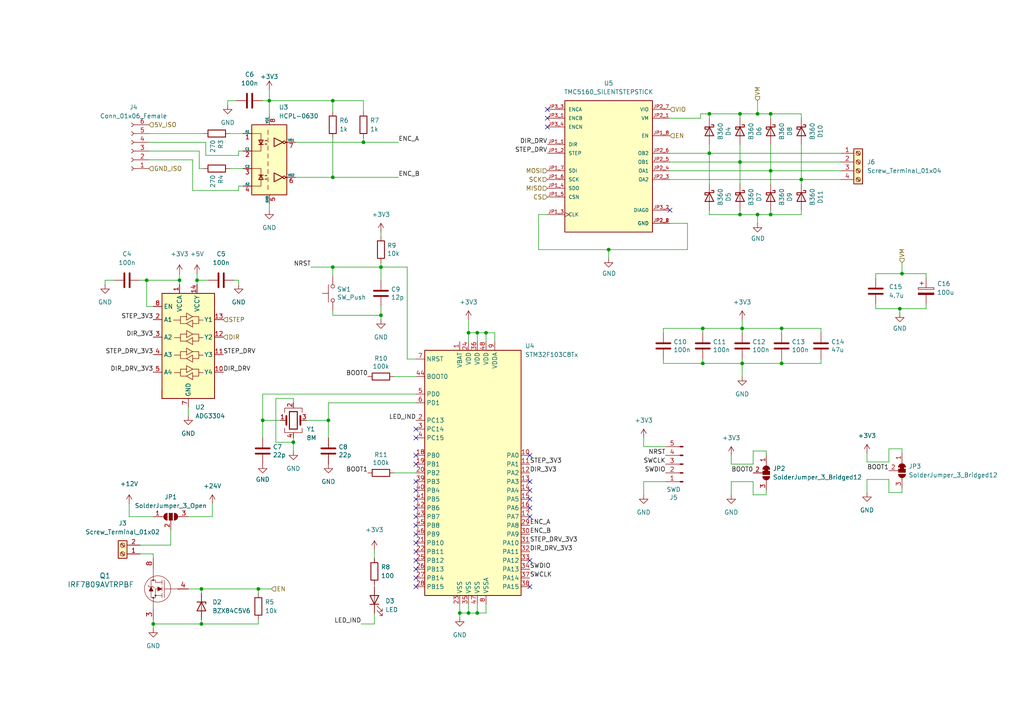
<source format=kicad_sch>
(kicad_sch (version 20211123) (generator eeschema)
  (paper "A4")
  (title_block (title "Closed Loop TMC5160 Driver"))
  (lib_symbols
    (symbol "Connector:Conn_01x05_Male" (pin_names (offset 1.016) hide)
      (property "Reference" "J" (at 0 7.62 0))
      (property "Value" "Conn_01x05_Male" (at 0 -7.62 0))
      (symbol "Conn_01x05_Male_1_1"
        (pin passive line (at 5.08 5.08 180) (length 3.81) (name "Pin_1") (number "1"))
        (pin passive line (at 5.08 2.54 180) (length 3.81) (name "Pin_2") (number "2"))
        (pin passive line (at 5.08 0 180) (length 3.81) (name "Pin_3") (number "3"))
        (pin passive line (at 5.08 -2.54 180) (length 3.81) (name "Pin_4") (number "4"))
        (pin passive line (at 5.08 -5.08 180) (length 3.81) (name "Pin_5") (number "5"))
      )
    )
    (symbol "Connector:Conn_01x06_Female" (pin_names (offset 1.016) hide)
      (property "Reference" "J" (at 0 7.62 0))
      (property "Value" "Conn_01x06_Female" (at 0 -10.16 0))
      (symbol "Conn_01x06_Female_1_1"
        (pin passive line (at -5.08 5.08 0) (length 3.81) (name "Pin_1") (number "1"))
        (pin passive line (at -5.08 2.54 0) (length 3.81) (name "Pin_2") (number "2"))
        (pin passive line (at -5.08 0 0) (length 3.81) (name "Pin_3") (number "3"))
        (pin passive line (at -5.08 -2.54 0) (length 3.81) (name "Pin_4") (number "4"))
        (pin passive line (at -5.08 -5.08 0) (length 3.81) (name "Pin_5") (number "5"))
        (pin passive line (at -5.08 -7.62 0) (length 3.81) (name "Pin_6") (number "6"))
      )
    )
    (symbol "Connector:Screw_Terminal_01x02" (pin_names (offset 1.016) hide)
      (property "Reference" "J" (at 0 2.54 0))
      (property "Value" "Screw_Terminal_01x02" (at 0 -5.08 0))
      (symbol "Screw_Terminal_01x02_1_1"
        (pin passive line (at -5.08 0 0) (length 3.81) (name "Pin_1") (number "1"))
        (pin passive line (at -5.08 -2.54 0) (length 3.81) (name "Pin_2") (number "2"))
      )
    )
    (symbol "Connector:Screw_Terminal_01x04" (pin_names (offset 1.016) hide)
      (property "Reference" "J" (at 0 5.08 0))
      (property "Value" "Screw_Terminal_01x04" (at 0 -7.62 0))
      (symbol "Screw_Terminal_01x04_1_1"
        (pin passive line (at -5.08 2.54 0) (length 3.81) (name "Pin_1") (number "1"))
        (pin passive line (at -5.08 0 0) (length 3.81) (name "Pin_2") (number "2"))
        (pin passive line (at -5.08 -2.54 0) (length 3.81) (name "Pin_3") (number "3"))
        (pin passive line (at -5.08 -5.08 0) (length 3.81) (name "Pin_4") (number "4"))
      )
    )
    (symbol "Device:C" (pin_numbers hide) (pin_names (offset 0.254))
      (property "Reference" "C" (at 0.635 2.54 0))
      (property "Value" "C" (at 0.635 -2.54 0))
      (symbol "C_1_1"
        (pin passive line (at 0 3.81 270) (length 2.794) (name "~") (number "1"))
        (pin passive line (at 0 -3.81 90) (length 2.794) (name "~") (number "2"))
      )
    )
    (symbol "Device:C_Polarized" (pin_numbers hide) (pin_names (offset 0.254))
      (property "Reference" "C" (at 0.635 2.54 0))
      (property "Value" "C_Polarized" (at 0.635 -2.54 0))
      (symbol "C_Polarized_1_1"
        (pin passive line (at 0 3.81 270) (length 2.794) (name "~") (number "1"))
        (pin passive line (at 0 -3.81 90) (length 2.794) (name "~") (number "2"))
      )
    )
    (symbol "Device:Crystal_GND24" (pin_names (offset 1.016) hide)
      (property "Reference" "Y" (at 3.175 5.08 0))
      (property "Value" "Crystal_GND24" (at 3.175 3.175 0))
      (symbol "Crystal_GND24_1_1"
        (pin passive line (at -3.81 0 0) (length 1.27) (name "1") (number "1"))
        (pin passive line (at 0 5.08 270) (length 1.27) (name "2") (number "2"))
        (pin passive line (at 3.81 0 180) (length 1.27) (name "3") (number "3"))
        (pin passive line (at 0 -5.08 90) (length 1.27) (name "4") (number "4"))
      )
    )
    (symbol "Device:LED" (pin_numbers hide) (pin_names (offset 1.016) hide)
      (property "Reference" "D" (at 0 2.54 0))
      (property "Value" "LED" (at 0 -2.54 0))
      (symbol "LED_1_1"
        (pin passive line (at -3.81 0 0) (length 2.54) (name "K") (number "1"))
        (pin passive line (at 3.81 0 180) (length 2.54) (name "A") (number "2"))
      )
    )
    (symbol "Device:R" (pin_numbers hide) (pin_names (offset 0))
      (property "Reference" "R" (at 2.032 0 90))
      (property "Value" "R" (at 0 0 90))
      (symbol "R_1_1"
        (pin passive line (at 0 3.81 270) (length 1.27) (name "~") (number "1"))
        (pin passive line (at 0 -3.81 90) (length 1.27) (name "~") (number "2"))
      )
    )
    (symbol "Diode:B360" (pin_numbers hide) (pin_names (offset 1.016) hide)
      (property "Reference" "D" (at 0 2.54 0))
      (property "Value" "B360" (at 0 -2.54 0))
      (symbol "B360_1_1"
        (pin passive line (at -3.81 0 0) (length 2.54) (name "K") (number "1"))
        (pin passive line (at 3.81 0 180) (length 2.54) (name "A") (number "2"))
      )
    )
    (symbol "Diode:BZX84Cxx" (pin_numbers hide) (pin_names (offset 1.016) hide)
      (property "Reference" "D" (at 0 2.54 0))
      (property "Value" "BZX84Cxx" (at 0 -2.54 0))
      (symbol "BZX84Cxx_1_1"
        (pin passive line (at -3.81 0 0) (length 2.54) (name "K") (number "1"))
        (pin passive line (at 3.81 0 180) (length 2.54) (name "A") (number "2"))
      )
    )
    (symbol "Isolator:HCPL-0630" (pin_names (offset 0))
      (property "Reference" "U" (at -4.064 11.43 0))
      (property "Value" "HCPL-0630" (at 7.874 11.43 0))
      (symbol "HCPL-0630_1_1"
        (pin passive line (at -7.62 7.62 0) (length 2.54) (name "A1") (number "1"))
        (pin passive line (at -7.62 2.54 0) (length 2.54) (name "C1") (number "2"))
        (pin passive line (at -7.62 -2.54 0) (length 2.54) (name "C2") (number "3"))
        (pin passive line (at -7.62 -7.62 0) (length 2.54) (name "A2") (number "4"))
        (pin power_in line (at 0 -12.7 90) (length 2.54) (name "GND") (number "5"))
        (pin open_collector line (at 7.62 -5.08 180) (length 2.54) (name "VO2") (number "6"))
        (pin open_collector line (at 7.62 5.08 180) (length 2.54) (name "VO1") (number "7"))
        (pin power_in line (at 0 12.7 270) (length 2.54) (name "VCC") (number "8"))
      )
    )
    (symbol "Jumper:SolderJumper_3_Bridged12" (pin_names (offset 0) hide)
      (property "Reference" "JP" (at -2.54 -2.54 0))
      (property "Value" "SolderJumper_3_Bridged12" (at 0 2.794 0))
      (symbol "SolderJumper_3_Bridged12_1_1"
        (pin passive line (at -5.08 0 0) (length 2.54) (name "A") (number "1"))
        (pin input line (at 0 -3.81 90) (length 2.54) (name "C") (number "2"))
        (pin passive line (at 5.08 0 180) (length 2.54) (name "B") (number "3"))
      )
    )
    (symbol "Jumper:SolderJumper_3_Open" (pin_names (offset 0) hide)
      (property "Reference" "JP" (at -2.54 -2.54 0))
      (property "Value" "SolderJumper_3_Open" (at 0 2.794 0))
      (symbol "SolderJumper_3_Open_1_1"
        (pin passive line (at -5.08 0 0) (length 2.54) (name "A") (number "1"))
        (pin input line (at 0 -3.81 90) (length 2.54) (name "C") (number "2"))
        (pin passive line (at 5.08 0 180) (length 2.54) (name "B") (number "3"))
      )
    )
    (symbol "MCU_ST_STM32F1:STM32F103C8Tx"
      (property "Reference" "U" (at -15.24 36.83 0))
      (property "Value" "STM32F103C8Tx" (at 7.62 36.83 0))
      (symbol "STM32F103C8Tx_1_1"
        (pin power_in line (at -5.08 38.1 270) (length 2.54) (name "VBAT") (number "1"))
        (pin bidirectional line (at 15.24 5.08 180) (length 2.54) (name "PA0") (number "10"))
        (pin bidirectional line (at 15.24 2.54 180) (length 2.54) (name "PA1") (number "11"))
        (pin bidirectional line (at 15.24 0 180) (length 2.54) (name "PA2") (number "12"))
        (pin bidirectional line (at 15.24 -2.54 180) (length 2.54) (name "PA3") (number "13"))
        (pin bidirectional line (at 15.24 -5.08 180) (length 2.54) (name "PA4") (number "14"))
        (pin bidirectional line (at 15.24 -7.62 180) (length 2.54) (name "PA5") (number "15"))
        (pin bidirectional line (at 15.24 -10.16 180) (length 2.54) (name "PA6") (number "16"))
        (pin bidirectional line (at 15.24 -12.7 180) (length 2.54) (name "PA7") (number "17"))
        (pin bidirectional line (at -17.78 5.08 0) (length 2.54) (name "PB0") (number "18"))
        (pin bidirectional line (at -17.78 2.54 0) (length 2.54) (name "PB1") (number "19"))
        (pin bidirectional line (at -17.78 15.24 0) (length 2.54) (name "PC13") (number "2"))
        (pin bidirectional line (at -17.78 0 0) (length 2.54) (name "PB2") (number "20"))
        (pin bidirectional line (at -17.78 -20.32 0) (length 2.54) (name "PB10") (number "21"))
        (pin bidirectional line (at -17.78 -22.86 0) (length 2.54) (name "PB11") (number "22"))
        (pin power_in line (at -5.08 -38.1 90) (length 2.54) (name "VSS") (number "23"))
        (pin power_in line (at -2.54 38.1 270) (length 2.54) (name "VDD") (number "24"))
        (pin bidirectional line (at -17.78 -25.4 0) (length 2.54) (name "PB12") (number "25"))
        (pin bidirectional line (at -17.78 -27.94 0) (length 2.54) (name "PB13") (number "26"))
        (pin bidirectional line (at -17.78 -30.48 0) (length 2.54) (name "PB14") (number "27"))
        (pin bidirectional line (at -17.78 -33.02 0) (length 2.54) (name "PB15") (number "28"))
        (pin bidirectional line (at 15.24 -15.24 180) (length 2.54) (name "PA8") (number "29"))
        (pin bidirectional line (at -17.78 12.7 0) (length 2.54) (name "PC14") (number "3"))
        (pin bidirectional line (at 15.24 -17.78 180) (length 2.54) (name "PA9") (number "30"))
        (pin bidirectional line (at 15.24 -20.32 180) (length 2.54) (name "PA10") (number "31"))
        (pin bidirectional line (at 15.24 -22.86 180) (length 2.54) (name "PA11") (number "32"))
        (pin bidirectional line (at 15.24 -25.4 180) (length 2.54) (name "PA12") (number "33"))
        (pin bidirectional line (at 15.24 -27.94 180) (length 2.54) (name "PA13") (number "34"))
        (pin power_in line (at -2.54 -38.1 90) (length 2.54) (name "VSS") (number "35"))
        (pin power_in line (at 0 38.1 270) (length 2.54) (name "VDD") (number "36"))
        (pin bidirectional line (at 15.24 -30.48 180) (length 2.54) (name "PA14") (number "37"))
        (pin bidirectional line (at 15.24 -33.02 180) (length 2.54) (name "PA15") (number "38"))
        (pin bidirectional line (at -17.78 -2.54 0) (length 2.54) (name "PB3") (number "39"))
        (pin bidirectional line (at -17.78 10.16 0) (length 2.54) (name "PC15") (number "4"))
        (pin bidirectional line (at -17.78 -5.08 0) (length 2.54) (name "PB4") (number "40"))
        (pin bidirectional line (at -17.78 -7.62 0) (length 2.54) (name "PB5") (number "41"))
        (pin bidirectional line (at -17.78 -10.16 0) (length 2.54) (name "PB6") (number "42"))
        (pin bidirectional line (at -17.78 -12.7 0) (length 2.54) (name "PB7") (number "43"))
        (pin input line (at -17.78 27.94 0) (length 2.54) (name "BOOT0") (number "44"))
        (pin bidirectional line (at -17.78 -15.24 0) (length 2.54) (name "PB8") (number "45"))
        (pin bidirectional line (at -17.78 -17.78 0) (length 2.54) (name "PB9") (number "46"))
        (pin power_in line (at 0 -38.1 90) (length 2.54) (name "VSS") (number "47"))
        (pin power_in line (at 2.54 38.1 270) (length 2.54) (name "VDD") (number "48"))
        (pin input line (at -17.78 22.86 0) (length 2.54) (name "PD0") (number "5"))
        (pin input line (at -17.78 20.32 0) (length 2.54) (name "PD1") (number "6"))
        (pin input line (at -17.78 33.02 0) (length 2.54) (name "NRST") (number "7"))
        (pin power_in line (at 2.54 -38.1 90) (length 2.54) (name "VSSA") (number "8"))
        (pin power_in line (at 5.08 38.1 270) (length 2.54) (name "VDDA") (number "9"))
      )
    )
    (symbol "Switch:SW_Push" (pin_numbers hide) (pin_names (offset 1.016) hide)
      (property "Reference" "SW" (at 1.27 2.54 0))
      (property "Value" "SW_Push" (at 0 -1.524 0))
      (symbol "SW_Push_0_1"
        (pin passive line (at -5.08 0 0) (length 2.54) (name "1") (number "1"))
        (pin passive line (at 5.08 0 180) (length 2.54) (name "2") (number "2"))
      )
    )
    (symbol "fluidnc_board:ADG3304"
      (property "Reference" "U" (at -6.35 16.51 0))
      (property "Value" "ADG3304" (at 3.81 16.51 0))
      (symbol "ADG3304_0_0"
        (pin bidirectional line (at 10.16 7.62 180) (length 2.54) (name "Y1") (number "13"))
        (pin power_in line (at 2.54 17.78 270) (length 2.54) (name "VCCY") (number "14"))
      )
      (symbol "ADG3304_1_1"
        (pin power_in line (at -2.54 17.78 270) (length 2.54) (name "VCCA") (number "1"))
        (pin bidirectional line (at 10.16 -7.62 180) (length 2.54) (name "Y4") (number "10"))
        (pin bidirectional line (at 10.16 -2.54 180) (length 2.54) (name "Y3") (number "11"))
        (pin bidirectional line (at 10.16 2.54 180) (length 2.54) (name "Y2") (number "12"))
        (pin bidirectional line (at -10.16 7.62 0) (length 2.54) (name "A1") (number "2"))
        (pin bidirectional line (at -10.16 2.54 0) (length 2.54) (name "A2") (number "3"))
        (pin bidirectional line (at -10.16 -2.54 0) (length 2.54) (name "A3") (number "4"))
        (pin bidirectional line (at -10.16 -7.62 0) (length 2.54) (name "A4") (number "5"))
        (pin no_connect line (at -10.16 -12.7 0) (length 2.54) hide (name "NC") (number "6"))
        (pin power_out line (at 0 -17.78 90) (length 2.54) (name "GND") (number "7"))
        (pin input line (at -10.16 11.43 0) (length 2.54) (name "EN") (number "8"))
        (pin no_connect line (at 10.16 -12.7 180) (length 2.54) hide (name "NC") (number "9"))
      )
    )
    (symbol "fluidnc_board:IRF7809AVTRPBF" (pin_names (offset 0.254) hide)
      (property "Reference" "Q" (at 35.56 0 0))
      (property "Value" "IRF7809AVTRPBF" (at 36.83 -2.54 0))
      (symbol "IRF7809AVTRPBF_1_1"
        (pin unspecified line (at 21.59 -12.7 90) (length 3) hide (name "1") (number "1"))
        (pin unspecified line (at 21.59 -12.7 90) (length 3) hide (name "2") (number "2"))
        (pin unspecified line (at 21.59 -12.7 90) (length 3) (name "3") (number "3"))
        (pin unspecified line (at 11.43 -3.81 0) (length 3) (name "4") (number "4"))
        (pin unspecified line (at 21.59 5.08 270) (length 3) hide (name "5") (number "5"))
        (pin unspecified line (at 21.59 5.08 270) (length 3) hide (name "6") (number "6"))
        (pin unspecified line (at 21.59 5.08 270) (length 3) hide (name "7") (number "7"))
        (pin unspecified line (at 21.59 5.08 270) (length 3) (name "8") (number "8"))
      )
    )
    (symbol "fluidnc_board:TMC5160_SILENTSTEPSTICK" (pin_names (offset 1.016))
      (property "Reference" "U" (at -12.7 19.05 0))
      (property "Value" "TMC5160_SILENTSTEPSTICK" (at -12.7 -22.86 0))
      (symbol "TMC5160_SILENTSTEPSTICK_0_0"
        (pin input line (at -17.78 5.08 0) (length 5.08) (name "DIR") (number "JP1_1"))
        (pin input line (at -17.78 2.54 0) (length 5.08) (name "STEP") (number "JP1_2"))
        (pin input clock (at -17.78 -15.24 0) (length 5.08) (name "CLK") (number "JP1_3"))
        (pin bidirectional line (at -17.78 -7.62 0) (length 5.08) (name "SDO") (number "JP1_4"))
        (pin bidirectional line (at -17.78 -10.16 0) (length 5.08) (name "CSN") (number "JP1_5"))
        (pin input line (at -17.78 -5.08 0) (length 5.08) (name "SCK") (number "JP1_6"))
        (pin input line (at -17.78 -2.54 0) (length 5.08) (name "SDI") (number "JP1_7"))
        (pin input line (at 17.78 7.62 180) (length 5.08) (name "EN") (number "JP1_8"))
        (pin power_in line (at 17.78 12.7 180) (length 5.08) (name "VM") (number "JP2_1"))
        (pin power_in line (at 17.78 -17.78 180) (length 5.08) (name "GND") (number "JP2_2"))
        (pin passive line (at 17.78 -5.08 180) (length 5.08) (name "OA2") (number "JP2_3"))
        (pin passive line (at 17.78 -2.54 180) (length 5.08) (name "OA1") (number "JP2_4"))
        (pin passive line (at 17.78 0 180) (length 5.08) (name "OB1") (number "JP2_5"))
        (pin passive line (at 17.78 2.54 180) (length 5.08) (name "OB2") (number "JP2_6"))
        (pin power_in line (at 17.78 15.24 180) (length 5.08) (name "VIO") (number "JP2_7"))
        (pin power_in line (at 17.78 -17.78 180) (length 5.08) (name "GND") (number "JP2_8"))
        (pin input line (at -17.78 12.7 0) (length 5.08) (name "ENCB") (number "JP3_1"))
        (pin output line (at 17.78 -13.97 180) (length 5.08) (name "DIAG0") (number "JP3_2"))
        (pin input line (at -17.78 15.24 0) (length 5.08) (name "ENCA") (number "JP3_3"))
        (pin input line (at -17.78 10.16 0) (length 5.08) (name "ENCN") (number "JP3_4"))
      )
    )
    (symbol "power:+12V" (power) (pin_names (offset 0))
      (property "Value" "+12V" (at 0 3.556 0))
      (symbol "+12V_1_1"
        (pin power_in line (at 0 0 90) (length 0) hide (name "+12V") (number "1"))
      )
    )
    (symbol "power:+24V" (power) (pin_names (offset 0))
      (property "Value" "+24V" (at 0 3.556 0))
      (symbol "+24V_1_1"
        (pin power_in line (at 0 0 90) (length 0) hide (name "+24V") (number "1"))
      )
    )
    (symbol "power:+3V3" (power) (pin_names (offset 0))
      (property "Value" "+3V3" (at 0 3.556 0))
      (symbol "+3V3_1_1"
        (pin power_in line (at 0 0 90) (length 0) hide (name "+3V3") (number "1"))
      )
    )
    (symbol "power:+5V" (power) (pin_names (offset 0))
      (property "Value" "+5V" (at 0 3.556 0))
      (symbol "+5V_1_1"
        (pin power_in line (at 0 0 90) (length 0) hide (name "+5V") (number "1"))
      )
    )
    (symbol "power:GND" (power) (pin_names (offset 0))
      (property "Value" "GND" (at 0 -3.81 0))
      (symbol "GND_1_1"
        (pin power_in line (at 0 0 270) (length 0) hide (name "GND") (number "1"))
      )
    )
  )
  (junction (at 176.53 72.39))
  (junction (at 44.45 180.975))
  (junction (at 226.695 95.25))
  (junction (at 203.835 105.41))
  (junction (at 105.41 41.275))
  (junction (at 110.49 91.44))
  (junction (at 205.74 33.02))
  (junction (at 226.695 105.41))
  (junction (at 96.52 29.21))
  (junction (at 214.63 62.23))
  (junction (at 261.62 79.375))
  (junction (at 214.63 46.99))
  (junction (at 219.71 33.02))
  (junction (at 260.985 89.535))
  (junction (at 96.52 51.435))
  (junction (at 133.35 177.8))
  (junction (at 110.49 77.47))
  (junction (at 138.43 177.8))
  (junction (at 223.52 49.53))
  (junction (at 95.25 121.92))
  (junction (at 96.52 77.47))
  (junction (at 214.63 33.02))
  (junction (at 135.89 96.52))
  (junction (at 140.97 96.52))
  (junction (at 232.41 52.07))
  (junction (at 138.43 96.52))
  (junction (at 78.105 29.21))
  (junction (at 52.07 81.28))
  (junction (at 57.15 81.28))
  (junction (at 223.52 62.23))
  (junction (at 215.265 105.41))
  (junction (at 203.835 95.25))
  (junction (at 215.265 95.25))
  (junction (at 135.89 177.8))
  (junction (at 76.2 121.92))
  (junction (at 58.42 180.975))
  (junction (at 85.09 128.27))
  (junction (at 223.52 33.02))
  (junction (at 205.74 44.45))
  (junction (at 42.545 81.28))
  (junction (at 74.93 170.815))
  (junction (at 219.71 62.23))
  (junction (at 58.42 170.815))
  (no_connect (at 120.65 124.46))
  (no_connect (at 194.31 60.96))
  (no_connect (at 153.67 142.24))
  (no_connect (at 153.67 139.7))
  (no_connect (at 153.67 132.08))
  (no_connect (at 153.67 170.18))
  (no_connect (at 153.67 162.56))
  (no_connect (at 120.65 165.1))
  (no_connect (at 120.65 167.64))
  (no_connect (at 120.65 170.18))
  (no_connect (at 153.67 149.86))
  (no_connect (at 153.67 147.32))
  (no_connect (at 153.67 144.78))
  (no_connect (at 120.65 127))
  (no_connect (at 120.65 132.08))
  (no_connect (at 120.65 134.62))
  (no_connect (at 120.65 139.7))
  (no_connect (at 120.65 142.24))
  (no_connect (at 120.65 144.78))
  (no_connect (at 120.65 147.32))
  (no_connect (at 120.65 149.86))
  (no_connect (at 120.65 152.4))
  (no_connect (at 120.65 154.94))
  (no_connect (at 120.65 157.48))
  (no_connect (at 120.65 160.02))
  (no_connect (at 120.65 162.56))
  (no_connect (at 158.75 36.83))
  (no_connect (at 158.75 34.29))
  (no_connect (at 158.75 31.75))
  (wire (pts (xy 105.41 40.005) (xy 105.41 41.275)))
  (wire (pts (xy 58.42 179.705) (xy 58.42 180.975)))
  (wire (pts (xy 203.2 33.02) (xy 203.2 34.29)))
  (wire (pts (xy 96.52 77.47) (xy 110.49 77.47)))
  (wire (pts (xy 192.405 95.25) (xy 203.835 95.25)))
  (wire (pts (xy 108.585 180.975) (xy 104.775 180.975)))
  (wire (pts (xy 226.695 95.25) (xy 238.125 95.25)))
  (wire (pts (xy 81.28 121.92) (xy 76.2 121.92)))
  (wire (pts (xy 80.01 115.57) (xy 80.01 128.27)))
  (wire (pts (xy 257.81 130.175) (xy 257.81 133.985)))
  (wire (pts (xy 110.49 76.2) (xy 110.49 77.47)))
  (wire (pts (xy 57.785 43.815) (xy 57.785 48.895)))
  (wire (pts (xy 96.52 51.435) (xy 115.57 51.435)))
  (wire (pts (xy 110.49 67.31) (xy 110.49 68.58)))
  (wire (pts (xy 57.15 79.375) (xy 57.15 81.28)))
  (wire (pts (xy 78.105 59.055) (xy 78.105 60.96)))
  (wire (pts (xy 135.89 177.8) (xy 138.43 177.8)))
  (wire (pts (xy 76.2 114.3) (xy 120.65 114.3)))
  (wire (pts (xy 226.695 105.41) (xy 238.125 105.41)))
  (wire (pts (xy 135.89 92.71) (xy 135.89 96.52)))
  (wire (pts (xy 42.545 81.28) (xy 42.545 88.9)))
  (wire (pts (xy 186.69 127) (xy 186.69 129.54)))
  (wire (pts (xy 219.71 62.23) (xy 223.52 62.23)))
  (wire (pts (xy 205.74 33.02) (xy 205.74 34.29)))
  (wire (pts (xy 138.43 175.26) (xy 138.43 177.8)))
  (wire (pts (xy 37.465 149.86) (xy 37.465 146.05)))
  (wire (pts (xy 215.265 92.71) (xy 215.265 95.25)))
  (wire (pts (xy 120.65 137.16) (xy 114.3 137.16)))
  (wire (pts (xy 261.62 79.375) (xy 254 79.375)))
  (wire (pts (xy 76.2 114.3) (xy 76.2 121.92)))
  (wire (pts (xy 76.2 29.21) (xy 78.105 29.21)))
  (wire (pts (xy 57.15 81.28) (xy 60.325 81.28)))
  (wire (pts (xy 218.44 139.7) (xy 212.09 139.7)))
  (wire (pts (xy 232.41 52.07) (xy 232.41 41.91)))
  (wire (pts (xy 44.45 160.655) (xy 40.64 160.655)))
  (wire (pts (xy 194.31 34.29) (xy 203.2 34.29)))
  (wire (pts (xy 232.41 53.34) (xy 232.41 52.07)))
  (wire (pts (xy 254 89.535) (xy 254 88.265)))
  (wire (pts (xy 110.49 88.9) (xy 110.49 91.44)))
  (wire (pts (xy 140.97 177.8) (xy 140.97 175.26)))
  (wire (pts (xy 30.48 81.28) (xy 33.02 81.28)))
  (wire (pts (xy 232.41 34.29) (xy 232.41 33.02)))
  (wire (pts (xy 205.74 62.23) (xy 205.74 60.96)))
  (wire (pts (xy 215.265 104.14) (xy 215.265 105.41)))
  (wire (pts (xy 222.25 143.51) (xy 222.25 142.24)))
  (wire (pts (xy 260.985 90.805) (xy 260.985 89.535)))
  (wire (pts (xy 110.49 81.28) (xy 110.49 77.47)))
  (wire (pts (xy 135.89 175.26) (xy 135.89 177.8)))
  (wire (pts (xy 223.52 53.34) (xy 223.52 49.53)))
  (wire (pts (xy 205.74 44.45) (xy 243.84 44.45)))
  (wire (pts (xy 222.25 130.81) (xy 218.44 130.81)))
  (wire (pts (xy 49.53 158.115) (xy 40.64 158.115)))
  (wire (pts (xy 58.42 180.975) (xy 74.93 180.975)))
  (wire (pts (xy 54.61 118.11) (xy 54.61 120.65)))
  (wire (pts (xy 61.595 146.05) (xy 61.595 149.86)))
  (wire (pts (xy 96.52 90.17) (xy 96.52 91.44)))
  (wire (pts (xy 88.9 121.92) (xy 95.25 121.92)))
  (wire (pts (xy 257.81 139.065) (xy 251.46 139.065)))
  (wire (pts (xy 205.74 44.45) (xy 205.74 53.34)))
  (wire (pts (xy 43.18 38.735) (xy 59.055 38.735)))
  (wire (pts (xy 42.545 81.28) (xy 52.07 81.28)))
  (wire (pts (xy 251.46 133.985) (xy 257.81 133.985)))
  (wire (pts (xy 30.48 82.55) (xy 30.48 81.28)))
  (wire (pts (xy 66.04 30.48) (xy 66.04 29.21)))
  (wire (pts (xy 96.52 40.005) (xy 96.52 51.435)))
  (wire (pts (xy 66.675 48.895) (xy 70.485 48.895)))
  (wire (pts (xy 96.52 91.44) (xy 110.49 91.44)))
  (wire (pts (xy 44.45 161.925) (xy 44.45 160.655)))
  (wire (pts (xy 43.18 43.815) (xy 57.785 43.815)))
  (wire (pts (xy 214.63 46.99) (xy 214.63 41.91)))
  (wire (pts (xy 232.41 60.96) (xy 232.41 62.23)))
  (wire (pts (xy 135.89 96.52) (xy 135.89 99.06)))
  (wire (pts (xy 55.88 55.245) (xy 69.215 55.245)))
  (wire (pts (xy 143.51 96.52) (xy 143.51 99.06)))
  (wire (pts (xy 223.52 49.53) (xy 223.52 41.91)))
  (wire (pts (xy 74.93 170.815) (xy 78.74 170.815)))
  (wire (pts (xy 156.21 62.23) (xy 158.75 62.23)))
  (wire (pts (xy 120.65 109.22) (xy 114.3 109.22)))
  (wire (pts (xy 69.215 53.975) (xy 70.485 53.975)))
  (wire (pts (xy 55.88 46.355) (xy 55.88 55.245)))
  (wire (pts (xy 138.43 177.8) (xy 140.97 177.8)))
  (wire (pts (xy 215.265 96.52) (xy 215.265 95.25)))
  (wire (pts (xy 226.695 96.52) (xy 226.695 95.25)))
  (wire (pts (xy 199.39 64.77) (xy 194.31 64.77)))
  (wire (pts (xy 214.63 34.29) (xy 214.63 33.02)))
  (wire (pts (xy 96.52 29.21) (xy 105.41 29.21)))
  (wire (pts (xy 85.09 116.84) (xy 85.09 115.57)))
  (wire (pts (xy 69.215 43.815) (xy 69.215 45.085)))
  (wire (pts (xy 85.09 130.81) (xy 85.09 128.27)))
  (wire (pts (xy 78.105 26.035) (xy 78.105 29.21)))
  (wire (pts (xy 205.74 41.91) (xy 205.74 44.45)))
  (wire (pts (xy 95.25 116.84) (xy 120.65 116.84)))
  (wire (pts (xy 108.585 169.545) (xy 108.585 170.18)))
  (wire (pts (xy 49.53 153.67) (xy 49.53 158.115)))
  (wire (pts (xy 58.42 180.975) (xy 44.45 180.975)))
  (wire (pts (xy 74.93 170.815) (xy 74.93 172.085)))
  (wire (pts (xy 232.41 52.07) (xy 243.84 52.07)))
  (wire (pts (xy 261.62 142.875) (xy 261.62 141.605)))
  (wire (pts (xy 254 79.375) (xy 254 80.645)))
  (wire (pts (xy 140.97 96.52) (xy 143.51 96.52)))
  (wire (pts (xy 251.46 139.065) (xy 251.46 142.875)))
  (wire (pts (xy 251.46 131.445) (xy 251.46 133.985)))
  (wire (pts (xy 203.835 95.25) (xy 215.265 95.25)))
  (wire (pts (xy 156.21 72.39) (xy 156.21 62.23)))
  (wire (pts (xy 238.125 95.25) (xy 238.125 96.52)))
  (wire (pts (xy 108.585 177.8) (xy 108.585 180.975)))
  (wire (pts (xy 203.835 105.41) (xy 215.265 105.41)))
  (wire (pts (xy 58.42 172.085) (xy 58.42 170.815)))
  (wire (pts (xy 215.265 105.41) (xy 215.265 109.22)))
  (wire (pts (xy 61.595 149.86) (xy 54.61 149.86)))
  (wire (pts (xy 203.835 96.52) (xy 203.835 95.25)))
  (wire (pts (xy 105.41 41.275) (xy 115.57 41.275)))
  (wire (pts (xy 186.69 139.7) (xy 186.69 143.51)))
  (wire (pts (xy 215.265 105.41) (xy 226.695 105.41)))
  (wire (pts (xy 268.605 88.265) (xy 268.605 89.535)))
  (wire (pts (xy 44.45 149.86) (xy 37.465 149.86)))
  (wire (pts (xy 70.485 43.815) (xy 69.215 43.815)))
  (wire (pts (xy 69.215 45.085) (xy 59.69 45.085)))
  (wire (pts (xy 192.405 96.52) (xy 192.405 95.25)))
  (wire (pts (xy 138.43 96.52) (xy 138.43 99.06)))
  (wire (pts (xy 105.41 29.21) (xy 105.41 32.385)))
  (wire (pts (xy 261.62 131.445) (xy 261.62 130.175)))
  (wire (pts (xy 186.69 129.54) (xy 193.04 129.54)))
  (wire (pts (xy 58.42 170.815) (xy 54.61 170.815)))
  (wire (pts (xy 214.63 53.34) (xy 214.63 46.99)))
  (wire (pts (xy 95.25 116.84) (xy 95.25 121.92)))
  (wire (pts (xy 95.25 121.92) (xy 95.25 127)))
  (wire (pts (xy 118.11 77.47) (xy 118.11 104.14)))
  (wire (pts (xy 260.985 89.535) (xy 268.605 89.535)))
  (wire (pts (xy 218.44 130.81) (xy 218.44 134.62)))
  (wire (pts (xy 138.43 96.52) (xy 140.97 96.52)))
  (wire (pts (xy 223.52 62.23) (xy 223.52 60.96)))
  (wire (pts (xy 192.405 104.14) (xy 192.405 105.41)))
  (wire (pts (xy 76.2 121.92) (xy 76.2 127)))
  (wire (pts (xy 110.49 91.44) (xy 110.49 92.71)))
  (wire (pts (xy 194.31 46.99) (xy 214.63 46.99)))
  (wire (pts (xy 176.53 72.39) (xy 156.21 72.39)))
  (wire (pts (xy 260.985 89.535) (xy 254 89.535)))
  (wire (pts (xy 52.07 81.28) (xy 52.07 82.55)))
  (wire (pts (xy 69.215 81.28) (xy 67.945 81.28)))
  (wire (pts (xy 223.52 33.02) (xy 232.41 33.02)))
  (wire (pts (xy 140.97 96.52) (xy 140.97 99.06)))
  (wire (pts (xy 226.695 104.14) (xy 226.695 105.41)))
  (wire (pts (xy 58.42 170.815) (xy 74.93 170.815)))
  (wire (pts (xy 40.64 81.28) (xy 42.545 81.28)))
  (wire (pts (xy 85.725 51.435) (xy 96.52 51.435)))
  (wire (pts (xy 57.15 81.28) (xy 57.15 82.55)))
  (wire (pts (xy 52.07 79.375) (xy 52.07 81.28)))
  (wire (pts (xy 57.785 48.895) (xy 59.055 48.895)))
  (wire (pts (xy 214.63 46.99) (xy 243.84 46.99)))
  (wire (pts (xy 212.09 132.08) (xy 212.09 134.62)))
  (wire (pts (xy 133.35 177.8) (xy 133.35 179.07)))
  (wire (pts (xy 80.01 128.27) (xy 85.09 128.27)))
  (wire (pts (xy 66.04 29.21) (xy 68.58 29.21)))
  (wire (pts (xy 205.74 33.02) (xy 203.2 33.02)))
  (wire (pts (xy 90.17 77.47) (xy 96.52 77.47)))
  (wire (pts (xy 133.35 177.8) (xy 135.89 177.8)))
  (wire (pts (xy 243.84 49.53) (xy 223.52 49.53)))
  (wire (pts (xy 212.09 134.62) (xy 218.44 134.62)))
  (wire (pts (xy 96.52 29.21) (xy 96.52 32.385)))
  (wire (pts (xy 176.53 74.93) (xy 176.53 72.39)))
  (wire (pts (xy 59.69 41.275) (xy 43.18 41.275)))
  (wire (pts (xy 261.62 130.175) (xy 257.81 130.175)))
  (wire (pts (xy 268.605 79.375) (xy 268.605 80.645)))
  (wire (pts (xy 214.63 33.02) (xy 205.74 33.02)))
  (wire (pts (xy 193.04 139.7) (xy 186.69 139.7)))
  (wire (pts (xy 44.45 180.975) (xy 44.45 182.245)))
  (wire (pts (xy 222.25 132.08) (xy 222.25 130.81)))
  (wire (pts (xy 238.125 105.41) (xy 238.125 104.14)))
  (wire (pts (xy 110.49 77.47) (xy 118.11 77.47)))
  (wire (pts (xy 214.63 33.02) (xy 219.71 33.02)))
  (wire (pts (xy 194.31 49.53) (xy 223.52 49.53)))
  (wire (pts (xy 232.41 52.07) (xy 194.31 52.07)))
  (wire (pts (xy 66.675 38.735) (xy 70.485 38.735)))
  (wire (pts (xy 108.585 159.385) (xy 108.585 161.925)))
  (wire (pts (xy 78.105 29.21) (xy 78.105 33.655)))
  (wire (pts (xy 214.63 62.23) (xy 205.74 62.23)))
  (wire (pts (xy 223.52 33.02) (xy 223.52 34.29)))
  (wire (pts (xy 85.725 41.275) (xy 105.41 41.275)))
  (wire (pts (xy 74.93 180.975) (xy 74.93 179.705)))
  (wire (pts (xy 118.11 104.14) (xy 120.65 104.14)))
  (wire (pts (xy 96.52 77.47) (xy 96.52 80.01)))
  (wire (pts (xy 212.09 139.7) (xy 212.09 143.51)))
  (wire (pts (xy 78.105 29.21) (xy 96.52 29.21)))
  (wire (pts (xy 194.31 44.45) (xy 205.74 44.45)))
  (wire (pts (xy 44.45 179.705) (xy 44.45 180.975)))
  (wire (pts (xy 257.81 142.875) (xy 261.62 142.875)))
  (wire (pts (xy 176.53 72.39) (xy 199.39 72.39)))
  (wire (pts (xy 69.215 55.245) (xy 69.215 53.975)))
  (wire (pts (xy 85.09 128.27) (xy 85.09 127)))
  (wire (pts (xy 135.89 96.52) (xy 138.43 96.52)))
  (wire (pts (xy 215.265 95.25) (xy 226.695 95.25)))
  (wire (pts (xy 223.52 62.23) (xy 232.41 62.23)))
  (wire (pts (xy 261.62 76.2) (xy 261.62 79.375)))
  (wire (pts (xy 59.69 45.085) (xy 59.69 41.275)))
  (wire (pts (xy 219.71 64.77) (xy 219.71 62.23)))
  (wire (pts (xy 192.405 105.41) (xy 203.835 105.41)))
  (wire (pts (xy 218.44 139.7) (xy 218.44 143.51)))
  (wire (pts (xy 44.45 88.9) (xy 42.545 88.9)))
  (wire (pts (xy 214.63 62.23) (xy 219.71 62.23)))
  (wire (pts (xy 43.18 46.355) (xy 55.88 46.355)))
  (wire (pts (xy 133.35 175.26) (xy 133.35 177.8)))
  (wire (pts (xy 257.81 139.065) (xy 257.81 142.875)))
  (wire (pts (xy 203.835 104.14) (xy 203.835 105.41)))
  (wire (pts (xy 219.71 33.02) (xy 223.52 33.02)))
  (wire (pts (xy 261.62 79.375) (xy 268.605 79.375)))
  (wire (pts (xy 214.63 60.96) (xy 214.63 62.23)))
  (wire (pts (xy 85.09 115.57) (xy 80.01 115.57)))
  (wire (pts (xy 69.215 82.55) (xy 69.215 81.28)))
  (wire (pts (xy 199.39 72.39) (xy 199.39 64.77)))
  (wire (pts (xy 218.44 143.51) (xy 222.25 143.51)))
  (wire (pts (xy 219.71 29.21) (xy 219.71 33.02)))
  (label "LED_IND" (at 120.65 121.92 180))
  (label "ENC_B" (at 115.57 51.435 0))
  (label "DIR_DRV" (at 158.75 41.91 180))
  (label "SWDIO" (at 153.67 165.1 0))
  (label "STEP_DRV_3V3" (at 153.67 157.48 0))
  (label "SWCLK" (at 193.04 134.62 180))
  (label "BOOT1" (at 257.81 136.525 180))
  (label "NRST" (at 90.17 77.47 180))
  (label "BOOT0" (at 218.44 137.16 180))
  (label "BOOT1" (at 106.68 137.16 180))
  (label "DIR_3V3" (at 153.67 137.16 0))
  (label "DIR_DRV_3V3" (at 153.67 160.02 0))
  (label "ENC_A" (at 115.57 41.275 0))
  (label "BOOT0" (at 106.68 109.22 180))
  (label "ENC_B" (at 153.67 154.94 0))
  (label "SWCLK" (at 153.67 167.64 0))
  (label "STEP_3V3" (at 44.45 92.71 180))
  (label "LED_IND" (at 104.775 180.975 180))
  (label "ENC_A" (at 153.67 152.4 0))
  (label "DIR_3V3" (at 44.45 97.79 180))
  (label "STEP_3V3" (at 153.67 134.62 0))
  (label "DIR_DRV_3V3" (at 44.45 107.95 180))
  (label "NRST" (at 193.04 132.08 180))
  (label "STEP_DRV_3V3" (at 44.45 102.87 180))
  (label "STEP_DRV" (at 158.75 44.45 180))
  (label "STEP_DRV" (at 64.77 102.87 0))
  (label "DIR_DRV" (at 64.77 107.95 0))
  (label "SWDIO" (at 193.04 137.16 180))
  (hierarchical_label "VM" (shape input) (at 261.62 76.2 90))
  (hierarchical_label "MOSI" (shape input) (at 158.75 49.53 180))
  (hierarchical_label "GND_ISO" (shape input) (at 43.18 48.895 0))
  (hierarchical_label "VIO" (shape input) (at 194.31 31.75 0))
  (hierarchical_label "SCK" (shape input) (at 158.75 52.07 180))
  (hierarchical_label "EN" (shape input) (at 78.74 170.815 0))
  (hierarchical_label "5V_ISO" (shape input) (at 43.18 36.195 0))
  (hierarchical_label "EN" (shape input) (at 194.31 39.37 0))
  (hierarchical_label "STEP" (shape input) (at 64.77 92.71 0))
  (hierarchical_label "DIR" (shape input) (at 64.77 97.79 0))
  (hierarchical_label "VM" (shape input) (at 219.71 29.21 90))
  (hierarchical_label "CS" (shape input) (at 158.75 57.15 180))
  (hierarchical_label "MISO" (shape input) (at 158.75 54.61 180))
  (symbol (lib_id "power:GND") (at 44.45 182.245 0)
    (property "Reference" "#PWR0123" (effects hide))
    (property "Value" "GND" (at 44.45 187.325 0))
  )
  (symbol (lib_id "Device:R") (at 74.93 175.895 0)
    (property "Reference" "R5" (at 76.835 174.6249 0) (effects (justify left)))
    (property "Value" "10k" (at 76.835 177.1649 0) (effects (justify left)))
    (property "Footprint" "Resistor_SMD:R_0805_2012Metric_Pad1.20x1.40mm_HandSolder" (effects hide))
    (property "Datasheet" "https://www.yageo.com/upload/media/product/productsearch/datasheet/rchip/PYu-RC_Group_51_RoHS_L_11.pdf" (effects hide))
    (property "Digikey Part No." "311-10KARCT-ND" (effects hide))
  )
  (symbol (lib_id "fluidnc_board:ADG3304") (at 54.61 100.33 0)
    (property "Reference" "U2" (at 56.6294 118.11 0) (effects (justify left)))
    (property "Value" "ADG3304" (at 56.6294 120.65 0) (effects (justify left)))
    (property "Footprint" "Package_SO:TSSOP-14_4.4x5mm_P0.65mm" (effects hide))
    (property "Datasheet" "https://www.analog.com/media/en/technical-documentation/data-sheets/adg3304.pdf" (effects hide))
    (property "Digikey Part No." "505-ADG3304BRUZ-ND" (effects hide))
  )
  (symbol (lib_id "Device:R") (at 96.52 36.195 0)
    (property "Reference" "R6" (at 98.425 34.9249 0) (effects (justify left)))
    (property "Value" "1k" (at 98.425 37.4649 0) (effects (justify left)))
    (property "Footprint" "Resistor_SMD:R_1206_3216Metric_Pad1.30x1.75mm_HandSolder" (effects hide))
    (property "Datasheet" "https://www.yageo.com/upload/media/product/productsearch/datasheet/rchip/PYu-RC_Group_51_RoHS_L_11.pdf" (effects hide))
    (property "Digikey Part No." "311-1.00KFRCT-ND" (effects hide))
  )
  (symbol (lib_id "Device:R") (at 110.49 109.22 270)
    (property "Reference" "R10" (at 110.49 103.9622 90))
    (property "Value" "100k" (at 110.49 106.2736 90))
    (property "Footprint" "Resistor_SMD:R_0603_1608Metric_Pad0.98x0.95mm_HandSolder" (effects hide))
    (property "Datasheet" "https://www.yageo.com/upload/media/product/productsearch/datasheet/rchip/PYu-RC_Group_51_RoHS_L_11.pdf" (effects hide))
    (property "Digikey Part No." "311-100KGRCT-ND" (effects hide))
  )
  (symbol (lib_id "Connector:Conn_01x05_Male") (at 198.12 134.62 180)
    (property "Reference" "J5" (at 195.3768 144.2974 0))
    (property "Value" "SWD" (at 195.3768 141.986 0))
    (property "Footprint" "Connector_PinHeader_2.54mm:PinHeader_1x05_P2.54mm_Vertical" (effects hide))
  )
  (symbol (lib_id "Device:R") (at 110.49 137.16 270)
    (property "Reference" "R11" (at 110.49 131.9022 90))
    (property "Value" "100k" (at 110.49 134.2136 90))
    (property "Footprint" "Resistor_SMD:R_0603_1608Metric_Pad0.98x0.95mm_HandSolder" (effects hide))
    (property "Datasheet" "https://www.yageo.com/upload/media/product/productsearch/datasheet/rchip/PYu-RC_Group_51_RoHS_L_11.pdf" (effects hide))
    (property "Digikey Part No." "311-100KGRCT-ND" (effects hide))
  )
  (symbol (lib_id "power:+3V3") (at 186.69 127 0)
    (property "Reference" "#PWR0141" (effects hide))
    (property "Value" "+3V3" (at 186.69 121.92 0))
  )
  (symbol (lib_id "Device:C_Polarized") (at 268.605 84.455 0)
    (property "Reference" "C16" (at 271.78 82.2959 0) (effects (justify left)))
    (property "Value" "100u" (at 271.78 84.8359 0) (effects (justify left)))
    (property "Footprint" "Capacitor_SMD:CP_Elec_10x10" (effects hide))
    (property "Datasheet" "https://www.nichicon.co.jp/english/products/pdfs/e-ucd.pdf" (effects hide))
    (property "Digikey Part No." "UCD1H101MCL6CT-ND" (effects hide))
  )
  (symbol (lib_id "Diode:B360") (at 205.74 38.1 270)
    (property "Reference" "D4" (at 211.2518 38.1 0))
    (property "Value" "B360" (at 208.9404 38.1 0))
    (property "Footprint" "Diode_SMD:D_SMA_Handsoldering" (effects hide))
    (property "Datasheet" "http://www.jameco.com/Jameco/Products/ProdDS/1538777.pdf" (effects hide))
    (property "Digikey Part No." "CD214A-B360RCT-ND" (effects hide))
  )
  (symbol (lib_id "MCU_ST_STM32F1:STM32F103C8Tx") (at 138.43 137.16 0)
    (property "Reference" "U4" (at 153.67 100.33 0))
    (property "Value" "STM32F103C8Tx" (at 160.02 102.87 0))
    (property "Footprint" "Package_QFP:LQFP-48_7x7mm_P0.5mm" (effects hide))
    (property "Datasheet" "http://www.st.com/st-web-ui/static/active/en/resource/technical/document/datasheet/CD00161566.pdf" (effects hide))
    (property "Digikey Part No." "497-6063-ND" (effects hide))
  )
  (symbol (lib_id "Device:R") (at 110.49 72.39 0)
    (property "Reference" "R9" (at 112.268 71.2216 0) (effects (justify left)))
    (property "Value" "10k" (at 112.268 73.533 0) (effects (justify left)))
    (property "Footprint" "Resistor_SMD:R_0805_2012Metric_Pad1.20x1.40mm_HandSolder" (effects hide))
    (property "Datasheet" "https://www.yageo.com/upload/media/product/productsearch/datasheet/rchip/PYu-RC_Group_51_RoHS_L_11.pdf" (effects hide))
    (property "Digikey Part No." "311-10KARCT-ND" (effects hide))
  )
  (symbol (lib_id "power:+3V3") (at 212.09 132.08 0)
    (property "Reference" "#PWR0145" (effects hide))
    (property "Value" "+3V3" (at 212.09 127 0))
  )
  (symbol (lib_id "Device:C") (at 36.83 81.28 90)
    (property "Reference" "C4" (at 36.83 73.66 90))
    (property "Value" "100n" (at 36.83 76.2 90))
    (property "Footprint" "Capacitor_SMD:C_0603_1608Metric_Pad1.05x0.95mm_HandSolder" (effects hide))
    (property "Datasheet" "http://www.samsungsem.com/kr/support/product-search/mlcc/CL10B104MB8NNNC.jsp" (effects hide))
    (property "Digikey Part No." "1276-1941-1-ND" (effects hide))
  )
  (symbol (lib_id "Device:R") (at 62.865 38.735 270)
    (property "Reference" "R3" (at 64.0334 40.513 0) (effects (justify left)))
    (property "Value" "270" (at 61.722 40.513 0) (effects (justify left)))
    (property "Footprint" "Resistor_SMD:R_0805_2012Metric_Pad1.15x1.40mm_HandSolder" (effects hide))
    (property "Datasheet" "https://www.yageo.com/upload/media/product/productsearch/datasheet/rchip/PYu-RL_Group_521_RoHS_L_2.pdf" (effects hide))
    (property "Digikey Part No." "311-.27LUCT-ND" (effects hide))
  )
  (symbol (lib_id "power:GND") (at 219.71 64.77 0)
    (property "Reference" "#PWR0147" (effects hide))
    (property "Value" "GND" (at 219.837 69.1642 0))
  )
  (symbol (lib_id "Device:R") (at 108.585 165.735 0)
    (property "Reference" "R8" (at 110.49 164.4649 0) (effects (justify left)))
    (property "Value" "100" (at 110.49 167.0049 0) (effects (justify left)))
    (property "Footprint" "Resistor_SMD:R_0603_1608Metric_Pad0.98x0.95mm_HandSolder" (effects hide))
    (property "Datasheet" "https://www.yageo.com/upload/media/product/productsearch/datasheet/rchip/PYu-RC_Group_51_RoHS_L_11.pdf" (effects hide))
    (property "Digikey Part No." "311-100GRCT-ND" (effects hide))
  )
  (symbol (lib_id "power:GND") (at 260.985 90.805 0)
    (property "Reference" "#PWR0150" (effects hide))
    (property "Value" "GND" (at 260.985 95.25 0))
  )
  (symbol (lib_id "Device:C") (at 215.265 100.33 0)
    (property "Reference" "C12" (at 218.186 99.1616 0) (effects (justify left)))
    (property "Value" "100n" (at 218.186 101.473 0) (effects (justify left)))
    (property "Footprint" "Capacitor_SMD:C_0603_1608Metric_Pad1.05x0.95mm_HandSolder" (effects hide))
    (property "Datasheet" "http://www.samsungsem.com/kr/support/product-search/mlcc/CL10B104MB8NNNC.jsp" (effects hide))
    (property "Digikey Part No." "1276-1941-1-ND" (effects hide))
  )
  (symbol (lib_id "power:GND") (at 110.49 92.71 0)
    (property "Reference" "#PWR0137" (effects hide))
    (property "Value" "GND" (at 110.49 97.79 0))
  )
  (symbol (lib_id "power:GND") (at 54.61 120.65 0)
    (property "Reference" "#PWR0125" (effects hide))
    (property "Value" "GND" (at 54.61 125.73 0))
  )
  (symbol (lib_id "power:GND") (at 85.09 130.81 0)
    (property "Reference" "#PWR0133" (effects hide))
    (property "Value" "GND" (at 85.09 135.89 0))
  )
  (symbol (lib_id "power:GND") (at 30.48 82.55 0)
    (property "Reference" "#PWR0121" (effects hide))
    (property "Value" "GND" (at 30.48 87.63 0))
  )
  (symbol (lib_id "Device:Crystal_GND24") (at 85.09 121.92 0)
    (property "Reference" "Y1" (at 88.9 124.46 0) (effects (justify left)))
    (property "Value" "8M" (at 88.9 127 0) (effects (justify left)))
    (property "Footprint" "Crystal:Crystal_SMD_3225-4Pin_3.2x2.5mm_HandSoldering" (effects hide))
    (property "Datasheet" "https://ecsxtal.com/store/pdf/ecx-32.pdf" (effects hide))
    (property "Digikey Part No." "50-ECS-80-18-33-JGN-CT-ND" (effects hide))
  )
  (symbol (lib_id "power:GND") (at 133.35 179.07 0)
    (property "Reference" "#PWR0138" (effects hide))
    (property "Value" "GND" (at 133.35 184.15 0))
  )
  (symbol (lib_id "Device:C") (at 76.2 130.81 0)
    (property "Reference" "C7" (at 79.121 129.6416 0) (effects (justify left)))
    (property "Value" "22p" (at 79.121 131.953 0) (effects (justify left)))
    (property "Footprint" "Capacitor_SMD:C_0603_1608Metric_Pad1.08x0.95mm_HandSolder" (effects hide))
    (property "Datasheet" "https://media.digikey.com/pdf/Data%20Sheets/Samsung%20PDFs/CL10C220JB8NFNC_Spec.pdf" (effects hide))
    (property "Digikey Part No." "1276-2228-1-ND" (effects hide))
  )
  (symbol (lib_id "Connector:Screw_Terminal_01x04") (at 248.92 46.99 0)
    (property "Reference" "J6" (at 251.46 46.9899 0) (effects (justify left)))
    (property "Value" "Screw_Terminal_01x04" (at 251.46 49.5299 0) (effects (justify left)))
    (property "Footprint" "Connector_Phoenix_MC:PhoenixContact_MC_1,5_4-G-3.81_1x04_P3.81mm_Horizontal" (effects hide))
  )
  (symbol (lib_id "power:+12V") (at 37.465 146.05 0)
    (property "Reference" "#PWR0122" (effects hide))
    (property "Value" "+12V" (at 37.465 140.335 0))
  )
  (symbol (lib_id "power:GND") (at 176.53 74.93 0)
    (property "Reference" "#PWR0140" (effects hide))
    (property "Value" "GND" (at 176.657 79.3242 0))
  )
  (symbol (lib_id "power:+5V") (at 57.15 79.375 0)
    (property "Reference" "#PWR0126" (effects hide))
    (property "Value" "+5V" (at 57.15 73.66 0))
  )
  (symbol (lib_id "Connector:Conn_01x06_Female") (at 38.1 43.815 180)
    (property "Reference" "J4" (at 38.735 31.115 0))
    (property "Value" "Conn_01x06_Female" (at 38.735 33.655 0))
    (property "Footprint" "Connector_JST:JST_XH_B6B-XH-A_1x06_P2.50mm_Vertical" (effects hide))
  )
  (symbol (lib_id "power:GND") (at 69.215 82.55 0)
    (property "Reference" "#PWR0129" (effects hide))
    (property "Value" "GND" (at 69.215 87.63 0))
  )
  (symbol (lib_id "Switch:SW_Push") (at 96.52 85.09 90)
    (property "Reference" "SW1" (at 97.7392 83.9216 90) (effects (justify right)))
    (property "Value" "SW_Push" (at 97.7392 86.233 90) (effects (justify right)))
    (property "Footprint" "Button_Switch_SMD:SW_Push_1P1T_NO_6x6mm_H9.5mm" (effects hide))
    (property "Datasheet" "https://sten-eswitch-13110800-production.s3.amazonaws.com/system/asset/product_line/data_sheet/158/TL3301.pdf" (effects hide))
    (property "Digikey Part No." "EG2526CT-ND" (effects hide))
  )
  (symbol (lib_id "power:GND") (at 95.25 134.62 0)
    (property "Reference" "#PWR0134" (effects hide))
    (property "Value" "GND" (at 95.25 139.7 0))
  )
  (symbol (lib_id "power:+3V3") (at 135.89 92.71 0)
    (property "Reference" "#PWR0139" (effects hide))
    (property "Value" "+3V3" (at 135.89 87.63 0))
  )
  (symbol (lib_id "Device:C") (at 95.25 130.81 0)
    (property "Reference" "C8" (at 98.171 129.6416 0) (effects (justify left)))
    (property "Value" "22p" (at 98.171 131.953 0) (effects (justify left)))
    (property "Footprint" "Capacitor_SMD:C_0603_1608Metric_Pad1.08x0.95mm_HandSolder" (effects hide))
    (property "Datasheet" "https://media.digikey.com/pdf/Data%20Sheets/Samsung%20PDFs/CL10C220JB8NFNC_Spec.pdf" (effects hide))
    (property "Digikey Part No." "1276-2228-1-ND" (effects hide))
  )
  (symbol (lib_id "power:+3V3") (at 52.07 79.375 0)
    (property "Reference" "#PWR0124" (effects hide))
    (property "Value" "+3V3" (at 52.07 73.66 0))
  )
  (symbol (lib_id "Connector:Screw_Terminal_01x02") (at 35.56 160.655 180)
    (property "Reference" "J3" (at 35.56 151.765 0))
    (property "Value" "Screw_Terminal_01x02" (at 35.56 154.305 0))
    (property "Footprint" "Connector_Phoenix_MC:PhoenixContact_MC_1,5_2-G-3.81_1x02_P3.81mm_Horizontal" (effects hide))
  )
  (symbol (lib_id "Isolator:HCPL-0630") (at 78.105 46.355 0)
    (property "Reference" "U3" (at 80.8737 31.115 0) (effects (justify left)))
    (property "Value" "HCPL-0630" (at 80.8737 33.655 0) (effects (justify left)))
    (property "Footprint" "Package_SO:SOIC-8_3.9x4.9mm_P1.27mm" (effects hide))
    (property "Datasheet" "https://docs.broadcom.com/docs/AV02-0940EN" (effects hide))
    (property "Digikey Part No." "516-1487-1-ND" (effects hide))
  )
  (symbol (lib_id "Jumper:SolderJumper_3_Bridged12") (at 222.25 137.16 270)
    (property "Reference" "JP2" (at 224.155 135.8899 90) (effects (justify left)))
    (property "Value" "SolderJumper_3_Bridged12" (at 224.155 138.4299 90) (effects (justify left)))
    (property "Footprint" "Jumper:SolderJumper-3_P1.3mm_Bridged12_RoundedPad1.0x1.5mm_NumberLabels" (effects hide))
  )
  (symbol (lib_id "power:GND") (at 78.105 60.96 0)
    (property "Reference" "#PWR0132" (effects hide))
    (property "Value" "GND" (at 78.105 66.04 0))
  )
  (symbol (lib_id "Device:C") (at 226.695 100.33 0)
    (property "Reference" "C13" (at 229.616 99.1616 0) (effects (justify left)))
    (property "Value" "100n" (at 229.616 101.473 0) (effects (justify left)))
    (property "Footprint" "Capacitor_SMD:C_0603_1608Metric_Pad1.05x0.95mm_HandSolder" (effects hide))
    (property "Datasheet" "http://www.samsungsem.com/kr/support/product-search/mlcc/CL10B104MB8NNNC.jsp" (effects hide))
    (property "Digikey Part No." "1276-1941-1-ND" (effects hide))
  )
  (symbol (lib_id "power:GND") (at 212.09 143.51 0)
    (property "Reference" "#PWR0146" (effects hide))
    (property "Value" "GND" (at 212.09 148.59 0))
  )
  (symbol (lib_id "Device:C") (at 64.135 81.28 90)
    (property "Reference" "C5" (at 64.135 73.66 90))
    (property "Value" "100n" (at 64.135 76.2 90))
    (property "Footprint" "Capacitor_SMD:C_0603_1608Metric_Pad1.05x0.95mm_HandSolder" (effects hide))
    (property "Datasheet" "http://www.samsungsem.com/kr/support/product-search/mlcc/CL10B104MB8NNNC.jsp" (effects hide))
    (property "Digikey Part No." "1276-1941-1-ND" (effects hide))
  )
  (symbol (lib_id "Jumper:SolderJumper_3_Open") (at 49.53 149.86 0)
    (property "Reference" "JP1" (at 49.53 144.145 0))
    (property "Value" "SolderJumper_3_Open" (at 49.53 146.685 0))
    (property "Footprint" "Jumper:SolderJumper-3_P1.3mm_Open_RoundedPad1.0x1.5mm_NumberLabels" (effects hide))
  )
  (symbol (lib_id "Diode:B360") (at 205.74 57.15 270)
    (property "Reference" "D5" (at 211.2518 57.15 0))
    (property "Value" "B360" (at 208.9404 57.15 0))
    (property "Footprint" "Diode_SMD:D_SMA_Handsoldering" (effects hide))
    (property "Datasheet" "http://www.jameco.com/Jameco/Products/ProdDS/1538777.pdf" (effects hide))
    (property "Digikey Part No." "CD214A-B360RCT-ND" (effects hide))
  )
  (symbol (lib_id "Diode:B360") (at 223.52 38.1 270)
    (property "Reference" "D8" (at 229.0318 38.1 0))
    (property "Value" "B360" (at 226.7204 38.1 0))
    (property "Footprint" "Diode_SMD:D_SMA_Handsoldering" (effects hide))
    (property "Datasheet" "http://www.jameco.com/Jameco/Products/ProdDS/1538777.pdf" (effects hide))
    (property "Digikey Part No." "CD214A-B360RCT-ND" (effects hide))
  )
  (symbol (lib_id "Device:C") (at 203.835 100.33 0)
    (property "Reference" "C11" (at 206.756 99.1616 0) (effects (justify left)))
    (property "Value" "100n" (at 206.756 101.473 0) (effects (justify left)))
    (property "Footprint" "Capacitor_SMD:C_0603_1608Metric_Pad1.05x0.95mm_HandSolder" (effects hide))
    (property "Datasheet" "http://www.samsungsem.com/kr/support/product-search/mlcc/CL10B104MB8NNNC.jsp" (effects hide))
    (property "Digikey Part No." "1276-1941-1-ND" (effects hide))
  )
  (symbol (lib_id "power:+3V3") (at 251.46 131.445 0)
    (property "Reference" "#PWR0148" (effects hide))
    (property "Value" "+3V3" (at 251.46 126.365 0))
  )
  (symbol (lib_id "power:GND") (at 186.69 143.51 0)
    (property "Reference" "#PWR0142" (effects hide))
    (property "Value" "GND" (at 186.69 148.59 0))
  )
  (symbol (lib_id "power:GND") (at 251.46 142.875 0)
    (property "Reference" "#PWR0149" (effects hide))
    (property "Value" "GND" (at 251.46 147.955 0))
  )
  (symbol (lib_id "Diode:B360") (at 214.63 38.1 270)
    (property "Reference" "D6" (at 220.1418 38.1 0))
    (property "Value" "B360" (at 217.8304 38.1 0))
    (property "Footprint" "Diode_SMD:D_SMA_Handsoldering" (effects hide))
    (property "Datasheet" "http://www.jameco.com/Jameco/Products/ProdDS/1538777.pdf" (effects hide))
    (property "Digikey Part No." "CD214A-B360RCT-ND" (effects hide))
  )
  (symbol (lib_id "Device:C") (at 238.125 100.33 0)
    (property "Reference" "C14" (at 241.046 99.1616 0) (effects (justify left)))
    (property "Value" "47u" (at 241.046 101.473 0) (effects (justify left)))
    (property "Footprint" "Capacitor_SMD:C_0805_2012Metric_Pad1.18x1.45mm_HandSolder" (effects hide))
    (property "Datasheet" "https://media.digikey.com/pdf/Data%20Sheets/Samsung%20PDFs/CL21A476MQYNNNE_Spec.pdf" (effects hide))
    (property "Digikey Part No." "1276-1852-1-ND" (effects hide))
  )
  (symbol (lib_id "Diode:B360") (at 232.41 57.15 270)
    (property "Reference" "D11" (at 237.9218 57.15 0))
    (property "Value" "B360" (at 235.6104 57.15 0))
    (property "Footprint" "Diode_SMD:D_SMA_Handsoldering" (effects hide))
    (property "Datasheet" "http://www.jameco.com/Jameco/Products/ProdDS/1538777.pdf" (effects hide))
    (property "Digikey Part No." "CD214A-B360RCT-ND" (effects hide))
  )
  (symbol (lib_id "power:+3V3") (at 110.49 67.31 0)
    (property "Reference" "#PWR0136" (effects hide))
    (property "Value" "+3V3" (at 110.49 62.23 0))
  )
  (symbol (lib_id "fluidnc_board:IRF7809AVTRPBF") (at 66.04 167.005 0) (mirror y)
    (property "Reference" "Q1" (at 30.48 167.005 0) (effects (font (size 1.524 1.524))))
    (property "Value" "IRF7809AVTRPBF" (at 29.21 169.545 0) (effects (font (size 1.524 1.524))))
    (property "Footprint" "Package_SO:SO-8_3.9x4.9mm_P1.27mm" (effects hide))
    (property "Datasheet" "https://www.infineon.com/dgdl/irf7809avpbf.pdf?fileId=5546d462533600a40153560871781cec" (effects hide))
    (property "Digikey Part No." "IRF7809AVPBFCT-ND" (effects hide))
  )
  (symbol (lib_id "Device:C") (at 110.49 85.09 0)
    (property "Reference" "C9" (at 113.411 83.9216 0) (effects (justify left)))
    (property "Value" "12p" (at 113.411 86.233 0) (effects (justify left)))
    (property "Footprint" "Capacitor_SMD:C_0402_1005Metric_Pad0.74x0.62mm_HandSolder" (effects hide))
    (property "Datasheet" "https://media.digikey.com/pdf/Data%20Sheets/Samsung%20PDFs/CL05C120JB51PNC_Spec.pdf" (effects hide))
    (property "Digikey Part No." "1276-6640-1-ND" (effects hide))
  )
  (symbol (lib_id "Device:R") (at 62.865 48.895 270)
    (property "Reference" "R4" (at 64.0334 50.673 0) (effects (justify left)))
    (property "Value" "270" (at 61.722 50.673 0) (effects (justify left)))
    (property "Footprint" "Resistor_SMD:R_0805_2012Metric_Pad1.15x1.40mm_HandSolder" (effects hide))
    (property "Datasheet" "https://www.yageo.com/upload/media/product/productsearch/datasheet/rchip/PYu-RL_Group_521_RoHS_L_2.pdf" (effects hide))
    (property "Digikey Part No." "311-.27LUCT-ND" (effects hide))
  )
  (symbol (lib_id "Diode:B360") (at 214.63 57.15 270)
    (property "Reference" "D7" (at 220.1418 57.15 0))
    (property "Value" "B360" (at 217.8304 57.15 0))
    (property "Footprint" "Diode_SMD:D_SMA_Handsoldering" (effects hide))
    (property "Datasheet" "http://www.jameco.com/Jameco/Products/ProdDS/1538777.pdf" (effects hide))
    (property "Digikey Part No." "CD214A-B360RCT-ND" (effects hide))
  )
  (symbol (lib_id "Device:LED") (at 108.585 173.99 90)
    (property "Reference" "D3" (at 111.76 174.3074 90) (effects (justify right)))
    (property "Value" "LED" (at 111.76 176.8474 90) (effects (justify right)))
    (property "Footprint" "LED_SMD:LED_1206_3216Metric_Pad1.42x1.75mm_HandSolder" (effects hide))
    (property "Datasheet" "https://optoelectronics.liteon.com/upload/download/DS22-2000-256/LTST-C230KGKT.pdf" (effects hide))
    (property "Digikey Part No." "160-1456-1-ND" (effects hide))
  )
  (symbol (lib_id "power:GND") (at 76.2 134.62 0)
    (property "Reference" "#PWR0130" (effects hide))
    (property "Value" "GND" (at 76.2 139.065 0))
  )
  (symbol (lib_id "power:+3V3") (at 78.105 26.035 0)
    (property "Reference" "#PWR0131" (effects hide))
    (property "Value" "+3V3" (at 78.105 22.225 0))
  )
  (symbol (lib_id "Device:C") (at 254 84.455 0)
    (property "Reference" "C15" (at 257.81 83.1849 0) (effects (justify left)))
    (property "Value" "4.7u" (at 257.81 85.7249 0) (effects (justify left)))
    (property "Footprint" "Capacitor_SMD:C_0805_2012Metric_Pad1.18x1.45mm_HandSolder" (effects hide))
    (property "Datasheet" "http://www.samsungsem.com/kr/support/product-search/mlcc/CL21A475KBQNNNE.jsp" (effects hide))
    (property "Digikey Part No." "1276-1248-1-ND" (effects hide))
  )
  (symbol (lib_id "power:+3V3") (at 108.585 159.385 0)
    (property "Reference" "#PWR0135" (effects hide))
    (property "Value" "+3V3" (at 108.585 153.67 0))
  )
  (symbol (lib_id "power:+24V") (at 61.595 146.05 0)
    (property "Reference" "#PWR0127" (effects hide))
    (property "Value" "+24V" (at 61.595 140.97 0))
  )
  (symbol (lib_id "Device:C") (at 72.39 29.21 90)
    (property "Reference" "C6" (at 72.39 21.59 90))
    (property "Value" "100n" (at 72.39 24.13 90))
    (property "Footprint" "Capacitor_SMD:C_0603_1608Metric_Pad1.05x0.95mm_HandSolder" (effects hide))
    (property "Datasheet" "http://www.samsungsem.com/kr/support/product-search/mlcc/CL10B104MB8NNNC.jsp" (effects hide))
    (property "Digikey Part No." "1276-1941-1-ND" (effects hide))
  )
  (symbol (lib_id "Diode:BZX84Cxx") (at 58.42 175.895 270)
    (property "Reference" "D2" (at 61.595 174.6249 90) (effects (justify left)))
    (property "Value" "BZX84C5V6" (at 61.595 177.1649 90) (effects (justify left)))
    (property "Footprint" "Diode_SMD:D_SOT-23_ANK" (effects hide))
    (property "Datasheet" "https://diotec.com/tl_files/diotec/files/pdf/datasheets/bzx84c2v4.pdf" (effects hide))
    (property "Digikey Part No." "1514-BZX84C5V6TRPBFREECT-ND" (effects hide))
  )
  (symbol (lib_id "Diode:B360") (at 223.52 57.15 270)
    (property "Reference" "D9" (at 229.0318 57.15 0))
    (property "Value" "B360" (at 226.7204 57.15 0))
    (property "Footprint" "Diode_SMD:D_SMA_Handsoldering" (effects hide))
    (property "Datasheet" "http://www.jameco.com/Jameco/Products/ProdDS/1538777.pdf" (effects hide))
    (property "Digikey Part No." "CD214A-B360RCT-ND" (effects hide))
  )
  (symbol (lib_id "power:GND") (at 66.04 30.48 0)
    (property "Reference" "#PWR0128" (effects hide))
    (property "Value" "GND" (at 66.04 35.56 0))
  )
  (symbol (lib_id "fluidnc_board:TMC5160_SILENTSTEPSTICK") (at 176.53 46.99 0)
    (property "Reference" "U5" (at 176.53 24.13 0))
    (property "Value" "TMC5160_SILENTSTEPSTICK" (at 176.53 26.67 0))
    (property "Footprint" "fluidnc_board:TMC5160_SILENTSTEPSTICK" (effects hide))
  )
  (symbol (lib_id "Jumper:SolderJumper_3_Bridged12") (at 261.62 136.525 270)
    (property "Reference" "JP3" (at 263.525 135.2549 90) (effects (justify left)))
    (property "Value" "SolderJumper_3_Bridged12" (at 263.525 137.7949 90) (effects (justify left)))
    (property "Footprint" "Jumper:SolderJumper-3_P1.3mm_Bridged12_RoundedPad1.0x1.5mm_NumberLabels" (effects hide))
  )
  (symbol (lib_id "power:GND") (at 215.265 109.22 0)
    (property "Reference" "#PWR0144" (effects hide))
    (property "Value" "GND" (at 215.265 114.3 0))
  )
  (symbol (lib_id "Device:R") (at 105.41 36.195 0)
    (property "Reference" "R7" (at 107.315 34.9249 0) (effects (justify left)))
    (property "Value" "1k" (at 107.315 37.4649 0) (effects (justify left)))
    (property "Footprint" "Resistor_SMD:R_1206_3216Metric_Pad1.30x1.75mm_HandSolder" (effects hide))
    (property "Datasheet" "https://www.yageo.com/upload/media/product/productsearch/datasheet/rchip/PYu-RC_Group_51_RoHS_L_11.pdf" (effects hide))
    (property "Digikey Part No." "311-1.00KFRCT-ND" (effects hide))
  )
  (symbol (lib_id "Device:C") (at 192.405 100.33 0)
    (property "Reference" "C10" (at 195.326 99.1616 0) (effects (justify left)))
    (property "Value" "100n" (at 195.326 101.473 0) (effects (justify left)))
    (property "Footprint" "Capacitor_SMD:C_0603_1608Metric_Pad1.05x0.95mm_HandSolder" (effects hide))
    (property "Datasheet" "http://www.samsungsem.com/kr/support/product-search/mlcc/CL10B104MB8NNNC.jsp" (effects hide))
    (property "Digikey Part No." "1276-1941-1-ND" (effects hide))
  )
  (symbol (lib_id "power:+3V3") (at 215.265 92.71 0)
    (property "Reference" "#PWR0143" (effects hide))
    (property "Value" "+3V3" (at 215.265 87.63 0))
  )
  (symbol (lib_id "Diode:B360") (at 232.41 38.1 270)
    (property "Reference" "D10" (at 237.9218 38.1 0))
    (property "Value" "B360" (at 235.6104 38.1 0))
    (property "Footprint" "Diode_SMD:D_SMA_Handsoldering" (effects hide))
    (property "Datasheet" "http://www.jameco.com/Jameco/Products/ProdDS/1538777.pdf" (effects hide))
    (property "Digikey Part No." "CD214A-B360RCT-ND" (effects hide))
  )
)
</source>
